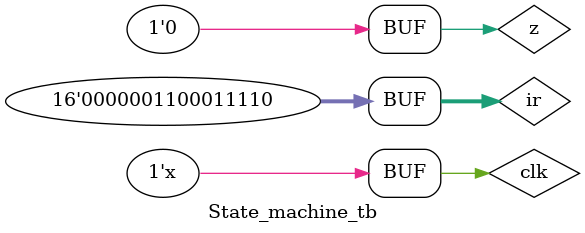
<source format=v>
module State_machine_tb;
     reg clk,z;
     reg [15:0] ir;

     
     wire acw,clac,r1w,r2w,r3w,r4w,r5w,r6w,r7w,r8w,r9w,r10,irw,pcw,pc_inc,drw,arw,imr,dmw,dmr,mux_alu,mux_cont,finish;
     wire [1:0] alu_op,mux_alu_op;
     wire [3:0] mux_op;

     parameter clk_period = 10;

     State_machine sm_1(clk,z,ir,acw,clac,r1w,r2w,r3w,r4w,r5w,r6w,r7w,r8w,r9w,r10w,irw,pcw,pc_inc,drw,arw,imr,dmw,dmr,mux_alu,mux_cont,finish,alu_op,mux_alu_op,mux_op);
    initial begin
       clk = 0;
	z=0;
	//check=0;
    end
     
     always 
       #(clk_period/2) clk = ~clk;


     initial
         begin
            ir = {8'd0,8'd4};  // 00000000+00000100   00000100 ---> instruction ----> ir[7:0]
            #(clk_period*7)
            
            #(clk_period*2)

            ir = {8'd5,8'd5};     //LOAD
            #(clk_period*7)

           ir = {8'd2,8'd9};     //INAC
            #(clk_period*5)

           ir = {8'd7,8'd11};    //MVAC
            #(clk_period*4)

           ir = {8'd3,8'd12};     //COPY
            #(clk_period*4)

           ir = {8'd9,8'd13};      //STOR
            #(clk_period*6)

           ir = {8'd1,8'd16};  z=1;      //JPNZY
            #(clk_period*5)

           ir = {8'd2,8'd16}; z=0;     //JPNZN
            #(clk_period*4)

           ir = {8'd2,8'd20};     //LODM
            #(clk_period*6)

           ir = {8'd4,8'd23};     //ADD
            #(clk_period*5)

           ir = {8'd9,8'd25};     //SUB
            #(clk_period*5)

           ir = {8'd5,8'd27};     //MUL
            #(clk_period*5)

           ir = {8'd8,8'd29};     //NOP
            #(clk_period*4)

           ir = {8'd3,8'd30};     //END
         


        end 
endmodule
     
</source>
